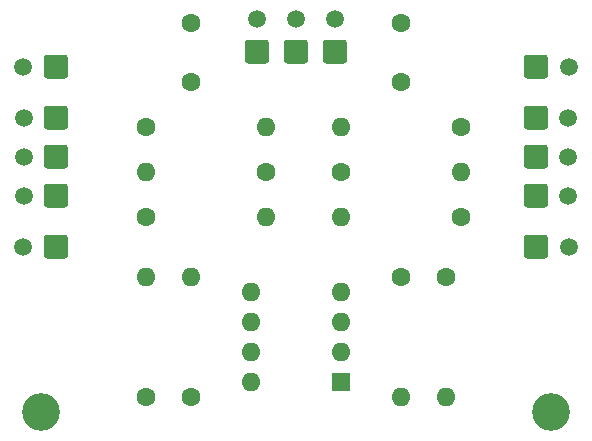
<source format=gbs>
%TF.GenerationSoftware,KiCad,Pcbnew,(5.1.8-0-10_14)*%
%TF.CreationDate,2021-06-26T19:08:16+01:00*%
%TF.ProjectId,cgs-attenuverter-board,6367732d-6174-4746-956e-757665727465,rev?*%
%TF.SameCoordinates,Original*%
%TF.FileFunction,Soldermask,Bot*%
%TF.FilePolarity,Negative*%
%FSLAX46Y46*%
G04 Gerber Fmt 4.6, Leading zero omitted, Abs format (unit mm)*
G04 Created by KiCad (PCBNEW (5.1.8-0-10_14)) date 2021-06-26 19:08:16*
%MOMM*%
%LPD*%
G01*
G04 APERTURE LIST*
%ADD10O,1.600000X1.600000*%
%ADD11R,1.600000X1.600000*%
%ADD12C,1.500000*%
%ADD13C,1.600000*%
%ADD14C,3.200000*%
G04 APERTURE END LIST*
D10*
%TO.C,U1*%
X148590000Y-120650000D03*
X156210000Y-113030000D03*
X148590000Y-118110000D03*
X156210000Y-115570000D03*
X148590000Y-115570000D03*
X156210000Y-118110000D03*
X148590000Y-113030000D03*
D11*
X156210000Y-120650000D03*
%TD*%
D12*
%TO.C,RV2*%
X129350000Y-104902000D03*
G36*
G01*
X131318000Y-103886000D02*
X132842000Y-103886000D01*
G75*
G02*
X133096000Y-104140000I0J-254000D01*
G01*
X133096000Y-105664000D01*
G75*
G02*
X132842000Y-105918000I-254000J0D01*
G01*
X131318000Y-105918000D01*
G75*
G02*
X131064000Y-105664000I0J254000D01*
G01*
X131064000Y-104140000D01*
G75*
G02*
X131318000Y-103886000I254000J0D01*
G01*
G37*
X129350000Y-98298000D03*
G36*
G01*
X131318000Y-97282000D02*
X132842000Y-97282000D01*
G75*
G02*
X133096000Y-97536000I0J-254000D01*
G01*
X133096000Y-99060000D01*
G75*
G02*
X132842000Y-99314000I-254000J0D01*
G01*
X131318000Y-99314000D01*
G75*
G02*
X131064000Y-99060000I0J254000D01*
G01*
X131064000Y-97536000D01*
G75*
G02*
X131318000Y-97282000I254000J0D01*
G01*
G37*
X129350000Y-101600000D03*
G36*
G01*
X131318000Y-100584000D02*
X132842000Y-100584000D01*
G75*
G02*
X133096000Y-100838000I0J-254000D01*
G01*
X133096000Y-102362000D01*
G75*
G02*
X132842000Y-102616000I-254000J0D01*
G01*
X131318000Y-102616000D01*
G75*
G02*
X131064000Y-102362000I0J254000D01*
G01*
X131064000Y-100838000D01*
G75*
G02*
X131318000Y-100584000I254000J0D01*
G01*
G37*
%TD*%
%TO.C,RV1*%
X175450000Y-98298000D03*
G36*
G01*
X173482000Y-99314000D02*
X171958000Y-99314000D01*
G75*
G02*
X171704000Y-99060000I0J254000D01*
G01*
X171704000Y-97536000D01*
G75*
G02*
X171958000Y-97282000I254000J0D01*
G01*
X173482000Y-97282000D01*
G75*
G02*
X173736000Y-97536000I0J-254000D01*
G01*
X173736000Y-99060000D01*
G75*
G02*
X173482000Y-99314000I-254000J0D01*
G01*
G37*
X175450000Y-104902000D03*
G36*
G01*
X173482000Y-105918000D02*
X171958000Y-105918000D01*
G75*
G02*
X171704000Y-105664000I0J254000D01*
G01*
X171704000Y-104140000D01*
G75*
G02*
X171958000Y-103886000I254000J0D01*
G01*
X173482000Y-103886000D01*
G75*
G02*
X173736000Y-104140000I0J-254000D01*
G01*
X173736000Y-105664000D01*
G75*
G02*
X173482000Y-105918000I-254000J0D01*
G01*
G37*
X175450000Y-101600000D03*
G36*
G01*
X173482000Y-102616000D02*
X171958000Y-102616000D01*
G75*
G02*
X171704000Y-102362000I0J254000D01*
G01*
X171704000Y-100838000D01*
G75*
G02*
X171958000Y-100584000I254000J0D01*
G01*
X173482000Y-100584000D01*
G75*
G02*
X173736000Y-100838000I0J-254000D01*
G01*
X173736000Y-102362000D01*
G75*
G02*
X173482000Y-102616000I-254000J0D01*
G01*
G37*
%TD*%
D10*
%TO.C,R10*%
X149860000Y-99060000D03*
D13*
X139700000Y-99060000D03*
%TD*%
D10*
%TO.C,R9*%
X156210000Y-99060000D03*
D13*
X166370000Y-99060000D03*
%TD*%
D10*
%TO.C,R8*%
X149860000Y-106680000D03*
D13*
X139700000Y-106680000D03*
%TD*%
D10*
%TO.C,R7*%
X156210000Y-106680000D03*
D13*
X166370000Y-106680000D03*
%TD*%
D10*
%TO.C,R6*%
X139700000Y-102870000D03*
D13*
X149860000Y-102870000D03*
%TD*%
D10*
%TO.C,R5*%
X166370000Y-102870000D03*
D13*
X156210000Y-102870000D03*
%TD*%
D10*
%TO.C,R4*%
X143510000Y-111760000D03*
D13*
X143510000Y-121920000D03*
%TD*%
D10*
%TO.C,R3*%
X161290000Y-121920000D03*
D13*
X161290000Y-111760000D03*
%TD*%
D10*
%TO.C,R2*%
X139700000Y-111760000D03*
D13*
X139700000Y-121920000D03*
%TD*%
D10*
%TO.C,R1*%
X165100000Y-121920000D03*
D13*
X165100000Y-111760000D03*
%TD*%
D12*
%TO.C,J5*%
X149098000Y-89980000D03*
G36*
G01*
X150114000Y-91948000D02*
X150114000Y-93472000D01*
G75*
G02*
X149860000Y-93726000I-254000J0D01*
G01*
X148336000Y-93726000D01*
G75*
G02*
X148082000Y-93472000I0J254000D01*
G01*
X148082000Y-91948000D01*
G75*
G02*
X148336000Y-91694000I254000J0D01*
G01*
X149860000Y-91694000D01*
G75*
G02*
X150114000Y-91948000I0J-254000D01*
G01*
G37*
X155702000Y-89980000D03*
G36*
G01*
X156718000Y-91948000D02*
X156718000Y-93472000D01*
G75*
G02*
X156464000Y-93726000I-254000J0D01*
G01*
X154940000Y-93726000D01*
G75*
G02*
X154686000Y-93472000I0J254000D01*
G01*
X154686000Y-91948000D01*
G75*
G02*
X154940000Y-91694000I254000J0D01*
G01*
X156464000Y-91694000D01*
G75*
G02*
X156718000Y-91948000I0J-254000D01*
G01*
G37*
X152400000Y-89980000D03*
G36*
G01*
X153416000Y-91948000D02*
X153416000Y-93472000D01*
G75*
G02*
X153162000Y-93726000I-254000J0D01*
G01*
X151638000Y-93726000D01*
G75*
G02*
X151384000Y-93472000I0J254000D01*
G01*
X151384000Y-91948000D01*
G75*
G02*
X151638000Y-91694000I254000J0D01*
G01*
X153162000Y-91694000D01*
G75*
G02*
X153416000Y-91948000I0J-254000D01*
G01*
G37*
%TD*%
%TO.C,OUT2*%
X129286000Y-93980000D03*
G36*
G01*
X131318000Y-92964000D02*
X132842000Y-92964000D01*
G75*
G02*
X133096000Y-93218000I0J-254000D01*
G01*
X133096000Y-94742000D01*
G75*
G02*
X132842000Y-94996000I-254000J0D01*
G01*
X131318000Y-94996000D01*
G75*
G02*
X131064000Y-94742000I0J254000D01*
G01*
X131064000Y-93218000D01*
G75*
G02*
X131318000Y-92964000I254000J0D01*
G01*
G37*
%TD*%
%TO.C,OUT1*%
X175514000Y-93980000D03*
G36*
G01*
X173482000Y-94996000D02*
X171958000Y-94996000D01*
G75*
G02*
X171704000Y-94742000I0J254000D01*
G01*
X171704000Y-93218000D01*
G75*
G02*
X171958000Y-92964000I254000J0D01*
G01*
X173482000Y-92964000D01*
G75*
G02*
X173736000Y-93218000I0J-254000D01*
G01*
X173736000Y-94742000D01*
G75*
G02*
X173482000Y-94996000I-254000J0D01*
G01*
G37*
%TD*%
%TO.C,IN2*%
X129286000Y-109220000D03*
G36*
G01*
X131318000Y-108204000D02*
X132842000Y-108204000D01*
G75*
G02*
X133096000Y-108458000I0J-254000D01*
G01*
X133096000Y-109982000D01*
G75*
G02*
X132842000Y-110236000I-254000J0D01*
G01*
X131318000Y-110236000D01*
G75*
G02*
X131064000Y-109982000I0J254000D01*
G01*
X131064000Y-108458000D01*
G75*
G02*
X131318000Y-108204000I254000J0D01*
G01*
G37*
%TD*%
%TO.C,IN1*%
X175514000Y-109220000D03*
G36*
G01*
X173482000Y-110236000D02*
X171958000Y-110236000D01*
G75*
G02*
X171704000Y-109982000I0J254000D01*
G01*
X171704000Y-108458000D01*
G75*
G02*
X171958000Y-108204000I254000J0D01*
G01*
X173482000Y-108204000D01*
G75*
G02*
X173736000Y-108458000I0J-254000D01*
G01*
X173736000Y-109982000D01*
G75*
G02*
X173482000Y-110236000I-254000J0D01*
G01*
G37*
%TD*%
D14*
%TO.C,H2*%
X173990000Y-123190000D03*
%TD*%
%TO.C,H1*%
X130810000Y-123190000D03*
%TD*%
D13*
%TO.C,C2*%
X143510000Y-90250000D03*
X143510000Y-95250000D03*
%TD*%
%TO.C,C1*%
X161290000Y-90250000D03*
X161290000Y-95250000D03*
%TD*%
M02*

</source>
